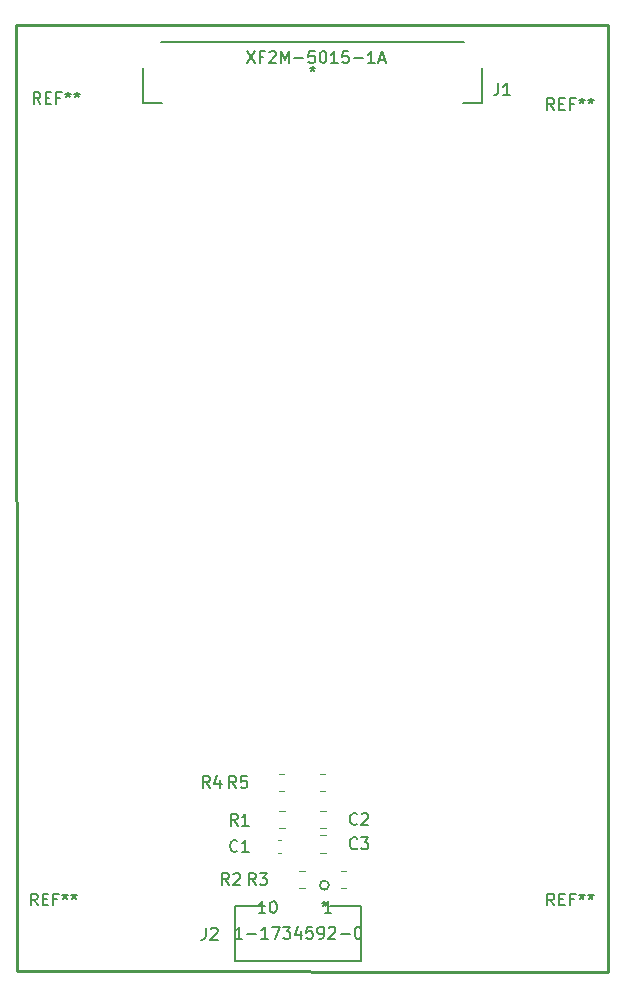
<source format=gbr>
%TF.GenerationSoftware,KiCad,Pcbnew,5.1.7-a382d34a8~87~ubuntu16.04.1*%
%TF.CreationDate,2020-11-09T07:45:18+07:00*%
%TF.ProjectId,sama5d27_som1_ek-sharp_ls0xx_lcd-adapter,73616d61-3564-4323-975f-736f6d315f65,rev?*%
%TF.SameCoordinates,Original*%
%TF.FileFunction,Legend,Top*%
%TF.FilePolarity,Positive*%
%FSLAX46Y46*%
G04 Gerber Fmt 4.6, Leading zero omitted, Abs format (unit mm)*
G04 Created by KiCad (PCBNEW 5.1.7-a382d34a8~87~ubuntu16.04.1) date 2020-11-09 07:45:18*
%MOMM*%
%LPD*%
G01*
G04 APERTURE LIST*
%TA.AperFunction,Profile*%
%ADD10C,0.250000*%
%TD*%
%ADD11C,0.120000*%
%ADD12C,0.152400*%
%ADD13C,0.150000*%
G04 APERTURE END LIST*
D10*
X162400000Y-102650000D02*
X162375000Y-22525000D01*
X212450000Y-102675000D02*
X162400000Y-102650000D01*
X212475000Y-22525000D02*
X212450000Y-102675000D01*
X162375000Y-22525000D02*
X212475000Y-22525000D01*
D11*
%TO.C,C2*%
X188088748Y-89065000D02*
X188611252Y-89065000D01*
X188088748Y-90535000D02*
X188611252Y-90535000D01*
%TO.C,R2*%
X186777064Y-95585000D02*
X186322936Y-95585000D01*
X186777064Y-94115000D02*
X186322936Y-94115000D01*
%TO.C,C1*%
X184800580Y-91560000D02*
X184519420Y-91560000D01*
X184800580Y-92580000D02*
X184519420Y-92580000D01*
%TO.C,C3*%
X188088748Y-92585000D02*
X188611252Y-92585000D01*
X188088748Y-91115000D02*
X188611252Y-91115000D01*
D12*
%TO.C,J1*%
X173073600Y-29128100D02*
X174740262Y-29128100D01*
X201826400Y-29128100D02*
X201826400Y-26171540D01*
X200305609Y-23971900D02*
X174594391Y-23971900D01*
X173073600Y-26171540D02*
X173073600Y-29128100D01*
X200159741Y-29128100D02*
X201826400Y-29128100D01*
%TO.C,J2*%
X191546700Y-97123000D02*
X188935141Y-97123000D01*
X180853300Y-97123000D02*
X180853300Y-101771200D01*
X180853300Y-101771200D02*
X191546700Y-101771200D01*
X191546700Y-101771200D02*
X191546700Y-97123000D01*
X183464859Y-97123000D02*
X180853300Y-97123000D01*
X188831000Y-95345000D02*
G75*
G03*
X188831000Y-95345000I-381000J0D01*
G01*
D11*
%TO.C,R3*%
X189860436Y-95585000D02*
X190314564Y-95585000D01*
X189860436Y-94115000D02*
X190314564Y-94115000D01*
%TO.C,R4*%
X185077064Y-85890000D02*
X184622936Y-85890000D01*
X185077064Y-87360000D02*
X184622936Y-87360000D01*
%TO.C,R5*%
X188072936Y-85890000D02*
X188527064Y-85890000D01*
X188072936Y-87360000D02*
X188527064Y-87360000D01*
%TO.C,R1*%
X185097064Y-89055000D02*
X184642936Y-89055000D01*
X185097064Y-90525000D02*
X184642936Y-90525000D01*
%TD*%
%TO.C,REF\u002A\u002A*%
D13*
X207916666Y-97052380D02*
X207583333Y-96576190D01*
X207345238Y-97052380D02*
X207345238Y-96052380D01*
X207726190Y-96052380D01*
X207821428Y-96100000D01*
X207869047Y-96147619D01*
X207916666Y-96242857D01*
X207916666Y-96385714D01*
X207869047Y-96480952D01*
X207821428Y-96528571D01*
X207726190Y-96576190D01*
X207345238Y-96576190D01*
X208345238Y-96528571D02*
X208678571Y-96528571D01*
X208821428Y-97052380D02*
X208345238Y-97052380D01*
X208345238Y-96052380D01*
X208821428Y-96052380D01*
X209583333Y-96528571D02*
X209250000Y-96528571D01*
X209250000Y-97052380D02*
X209250000Y-96052380D01*
X209726190Y-96052380D01*
X210250000Y-96052380D02*
X210250000Y-96290476D01*
X210011904Y-96195238D02*
X210250000Y-96290476D01*
X210488095Y-96195238D01*
X210107142Y-96480952D02*
X210250000Y-96290476D01*
X210392857Y-96480952D01*
X211011904Y-96052380D02*
X211011904Y-96290476D01*
X210773809Y-96195238D02*
X211011904Y-96290476D01*
X211250000Y-96195238D01*
X210869047Y-96480952D02*
X211011904Y-96290476D01*
X211154761Y-96480952D01*
X164166666Y-97052380D02*
X163833333Y-96576190D01*
X163595238Y-97052380D02*
X163595238Y-96052380D01*
X163976190Y-96052380D01*
X164071428Y-96100000D01*
X164119047Y-96147619D01*
X164166666Y-96242857D01*
X164166666Y-96385714D01*
X164119047Y-96480952D01*
X164071428Y-96528571D01*
X163976190Y-96576190D01*
X163595238Y-96576190D01*
X164595238Y-96528571D02*
X164928571Y-96528571D01*
X165071428Y-97052380D02*
X164595238Y-97052380D01*
X164595238Y-96052380D01*
X165071428Y-96052380D01*
X165833333Y-96528571D02*
X165500000Y-96528571D01*
X165500000Y-97052380D02*
X165500000Y-96052380D01*
X165976190Y-96052380D01*
X166500000Y-96052380D02*
X166500000Y-96290476D01*
X166261904Y-96195238D02*
X166500000Y-96290476D01*
X166738095Y-96195238D01*
X166357142Y-96480952D02*
X166500000Y-96290476D01*
X166642857Y-96480952D01*
X167261904Y-96052380D02*
X167261904Y-96290476D01*
X167023809Y-96195238D02*
X167261904Y-96290476D01*
X167500000Y-96195238D01*
X167119047Y-96480952D02*
X167261904Y-96290476D01*
X167404761Y-96480952D01*
X207916666Y-29702380D02*
X207583333Y-29226190D01*
X207345238Y-29702380D02*
X207345238Y-28702380D01*
X207726190Y-28702380D01*
X207821428Y-28750000D01*
X207869047Y-28797619D01*
X207916666Y-28892857D01*
X207916666Y-29035714D01*
X207869047Y-29130952D01*
X207821428Y-29178571D01*
X207726190Y-29226190D01*
X207345238Y-29226190D01*
X208345238Y-29178571D02*
X208678571Y-29178571D01*
X208821428Y-29702380D02*
X208345238Y-29702380D01*
X208345238Y-28702380D01*
X208821428Y-28702380D01*
X209583333Y-29178571D02*
X209250000Y-29178571D01*
X209250000Y-29702380D02*
X209250000Y-28702380D01*
X209726190Y-28702380D01*
X210250000Y-28702380D02*
X210250000Y-28940476D01*
X210011904Y-28845238D02*
X210250000Y-28940476D01*
X210488095Y-28845238D01*
X210107142Y-29130952D02*
X210250000Y-28940476D01*
X210392857Y-29130952D01*
X211011904Y-28702380D02*
X211011904Y-28940476D01*
X210773809Y-28845238D02*
X211011904Y-28940476D01*
X211250000Y-28845238D01*
X210869047Y-29130952D02*
X211011904Y-28940476D01*
X211154761Y-29130952D01*
X164416666Y-29202380D02*
X164083333Y-28726190D01*
X163845238Y-29202380D02*
X163845238Y-28202380D01*
X164226190Y-28202380D01*
X164321428Y-28250000D01*
X164369047Y-28297619D01*
X164416666Y-28392857D01*
X164416666Y-28535714D01*
X164369047Y-28630952D01*
X164321428Y-28678571D01*
X164226190Y-28726190D01*
X163845238Y-28726190D01*
X164845238Y-28678571D02*
X165178571Y-28678571D01*
X165321428Y-29202380D02*
X164845238Y-29202380D01*
X164845238Y-28202380D01*
X165321428Y-28202380D01*
X166083333Y-28678571D02*
X165750000Y-28678571D01*
X165750000Y-29202380D02*
X165750000Y-28202380D01*
X166226190Y-28202380D01*
X166750000Y-28202380D02*
X166750000Y-28440476D01*
X166511904Y-28345238D02*
X166750000Y-28440476D01*
X166988095Y-28345238D01*
X166607142Y-28630952D02*
X166750000Y-28440476D01*
X166892857Y-28630952D01*
X167511904Y-28202380D02*
X167511904Y-28440476D01*
X167273809Y-28345238D02*
X167511904Y-28440476D01*
X167750000Y-28345238D01*
X167369047Y-28630952D02*
X167511904Y-28440476D01*
X167654761Y-28630952D01*
%TO.C,C2*%
X191233333Y-90157142D02*
X191185714Y-90204761D01*
X191042857Y-90252380D01*
X190947619Y-90252380D01*
X190804761Y-90204761D01*
X190709523Y-90109523D01*
X190661904Y-90014285D01*
X190614285Y-89823809D01*
X190614285Y-89680952D01*
X190661904Y-89490476D01*
X190709523Y-89395238D01*
X190804761Y-89300000D01*
X190947619Y-89252380D01*
X191042857Y-89252380D01*
X191185714Y-89300000D01*
X191233333Y-89347619D01*
X191614285Y-89347619D02*
X191661904Y-89300000D01*
X191757142Y-89252380D01*
X191995238Y-89252380D01*
X192090476Y-89300000D01*
X192138095Y-89347619D01*
X192185714Y-89442857D01*
X192185714Y-89538095D01*
X192138095Y-89680952D01*
X191566666Y-90252380D01*
X192185714Y-90252380D01*
%TO.C,R2*%
X180373333Y-95332380D02*
X180040000Y-94856190D01*
X179801904Y-95332380D02*
X179801904Y-94332380D01*
X180182857Y-94332380D01*
X180278095Y-94380000D01*
X180325714Y-94427619D01*
X180373333Y-94522857D01*
X180373333Y-94665714D01*
X180325714Y-94760952D01*
X180278095Y-94808571D01*
X180182857Y-94856190D01*
X179801904Y-94856190D01*
X180754285Y-94427619D02*
X180801904Y-94380000D01*
X180897142Y-94332380D01*
X181135238Y-94332380D01*
X181230476Y-94380000D01*
X181278095Y-94427619D01*
X181325714Y-94522857D01*
X181325714Y-94618095D01*
X181278095Y-94760952D01*
X180706666Y-95332380D01*
X181325714Y-95332380D01*
%TO.C,C1*%
X181093333Y-92427142D02*
X181045714Y-92474761D01*
X180902857Y-92522380D01*
X180807619Y-92522380D01*
X180664761Y-92474761D01*
X180569523Y-92379523D01*
X180521904Y-92284285D01*
X180474285Y-92093809D01*
X180474285Y-91950952D01*
X180521904Y-91760476D01*
X180569523Y-91665238D01*
X180664761Y-91570000D01*
X180807619Y-91522380D01*
X180902857Y-91522380D01*
X181045714Y-91570000D01*
X181093333Y-91617619D01*
X182045714Y-92522380D02*
X181474285Y-92522380D01*
X181760000Y-92522380D02*
X181760000Y-91522380D01*
X181664761Y-91665238D01*
X181569523Y-91760476D01*
X181474285Y-91808095D01*
%TO.C,C3*%
X191233333Y-92207142D02*
X191185714Y-92254761D01*
X191042857Y-92302380D01*
X190947619Y-92302380D01*
X190804761Y-92254761D01*
X190709523Y-92159523D01*
X190661904Y-92064285D01*
X190614285Y-91873809D01*
X190614285Y-91730952D01*
X190661904Y-91540476D01*
X190709523Y-91445238D01*
X190804761Y-91350000D01*
X190947619Y-91302380D01*
X191042857Y-91302380D01*
X191185714Y-91350000D01*
X191233333Y-91397619D01*
X191566666Y-91302380D02*
X192185714Y-91302380D01*
X191852380Y-91683333D01*
X191995238Y-91683333D01*
X192090476Y-91730952D01*
X192138095Y-91778571D01*
X192185714Y-91873809D01*
X192185714Y-92111904D01*
X192138095Y-92207142D01*
X192090476Y-92254761D01*
X191995238Y-92302380D01*
X191709523Y-92302380D01*
X191614285Y-92254761D01*
X191566666Y-92207142D01*
%TO.C,J1*%
X203166666Y-27452380D02*
X203166666Y-28166666D01*
X203119047Y-28309523D01*
X203023809Y-28404761D01*
X202880952Y-28452380D01*
X202785714Y-28452380D01*
X204166666Y-28452380D02*
X203595238Y-28452380D01*
X203880952Y-28452380D02*
X203880952Y-27452380D01*
X203785714Y-27595238D01*
X203690476Y-27690476D01*
X203595238Y-27738095D01*
X181917857Y-24727380D02*
X182584523Y-25727380D01*
X182584523Y-24727380D02*
X181917857Y-25727380D01*
X183298809Y-25203571D02*
X182965476Y-25203571D01*
X182965476Y-25727380D02*
X182965476Y-24727380D01*
X183441666Y-24727380D01*
X183775000Y-24822619D02*
X183822619Y-24775000D01*
X183917857Y-24727380D01*
X184155952Y-24727380D01*
X184251190Y-24775000D01*
X184298809Y-24822619D01*
X184346428Y-24917857D01*
X184346428Y-25013095D01*
X184298809Y-25155952D01*
X183727380Y-25727380D01*
X184346428Y-25727380D01*
X184775000Y-25727380D02*
X184775000Y-24727380D01*
X185108333Y-25441666D01*
X185441666Y-24727380D01*
X185441666Y-25727380D01*
X185917857Y-25346428D02*
X186679761Y-25346428D01*
X187632142Y-24727380D02*
X187155952Y-24727380D01*
X187108333Y-25203571D01*
X187155952Y-25155952D01*
X187251190Y-25108333D01*
X187489285Y-25108333D01*
X187584523Y-25155952D01*
X187632142Y-25203571D01*
X187679761Y-25298809D01*
X187679761Y-25536904D01*
X187632142Y-25632142D01*
X187584523Y-25679761D01*
X187489285Y-25727380D01*
X187251190Y-25727380D01*
X187155952Y-25679761D01*
X187108333Y-25632142D01*
X188298809Y-24727380D02*
X188394047Y-24727380D01*
X188489285Y-24775000D01*
X188536904Y-24822619D01*
X188584523Y-24917857D01*
X188632142Y-25108333D01*
X188632142Y-25346428D01*
X188584523Y-25536904D01*
X188536904Y-25632142D01*
X188489285Y-25679761D01*
X188394047Y-25727380D01*
X188298809Y-25727380D01*
X188203571Y-25679761D01*
X188155952Y-25632142D01*
X188108333Y-25536904D01*
X188060714Y-25346428D01*
X188060714Y-25108333D01*
X188108333Y-24917857D01*
X188155952Y-24822619D01*
X188203571Y-24775000D01*
X188298809Y-24727380D01*
X189584523Y-25727380D02*
X189013095Y-25727380D01*
X189298809Y-25727380D02*
X189298809Y-24727380D01*
X189203571Y-24870238D01*
X189108333Y-24965476D01*
X189013095Y-25013095D01*
X190489285Y-24727380D02*
X190013095Y-24727380D01*
X189965476Y-25203571D01*
X190013095Y-25155952D01*
X190108333Y-25108333D01*
X190346428Y-25108333D01*
X190441666Y-25155952D01*
X190489285Y-25203571D01*
X190536904Y-25298809D01*
X190536904Y-25536904D01*
X190489285Y-25632142D01*
X190441666Y-25679761D01*
X190346428Y-25727380D01*
X190108333Y-25727380D01*
X190013095Y-25679761D01*
X189965476Y-25632142D01*
X190965476Y-25346428D02*
X191727380Y-25346428D01*
X192727380Y-25727380D02*
X192155952Y-25727380D01*
X192441666Y-25727380D02*
X192441666Y-24727380D01*
X192346428Y-24870238D01*
X192251190Y-24965476D01*
X192155952Y-25013095D01*
X193108333Y-25441666D02*
X193584523Y-25441666D01*
X193013095Y-25727380D02*
X193346428Y-24727380D01*
X193679761Y-25727380D01*
X187450000Y-26002380D02*
X187450000Y-26240476D01*
X187211904Y-26145238D02*
X187450000Y-26240476D01*
X187688095Y-26145238D01*
X187307142Y-26430952D02*
X187450000Y-26240476D01*
X187592857Y-26430952D01*
%TO.C,J2*%
X178416666Y-98952380D02*
X178416666Y-99666666D01*
X178369047Y-99809523D01*
X178273809Y-99904761D01*
X178130952Y-99952380D01*
X178035714Y-99952380D01*
X178845238Y-99047619D02*
X178892857Y-99000000D01*
X178988095Y-98952380D01*
X179226190Y-98952380D01*
X179321428Y-99000000D01*
X179369047Y-99047619D01*
X179416666Y-99142857D01*
X179416666Y-99238095D01*
X179369047Y-99380952D01*
X178797619Y-99952380D01*
X179416666Y-99952380D01*
X181488095Y-99877380D02*
X180916666Y-99877380D01*
X181202380Y-99877380D02*
X181202380Y-98877380D01*
X181107142Y-99020238D01*
X181011904Y-99115476D01*
X180916666Y-99163095D01*
X181916666Y-99496428D02*
X182678571Y-99496428D01*
X183678571Y-99877380D02*
X183107142Y-99877380D01*
X183392857Y-99877380D02*
X183392857Y-98877380D01*
X183297619Y-99020238D01*
X183202380Y-99115476D01*
X183107142Y-99163095D01*
X184011904Y-98877380D02*
X184678571Y-98877380D01*
X184250000Y-99877380D01*
X184964285Y-98877380D02*
X185583333Y-98877380D01*
X185250000Y-99258333D01*
X185392857Y-99258333D01*
X185488095Y-99305952D01*
X185535714Y-99353571D01*
X185583333Y-99448809D01*
X185583333Y-99686904D01*
X185535714Y-99782142D01*
X185488095Y-99829761D01*
X185392857Y-99877380D01*
X185107142Y-99877380D01*
X185011904Y-99829761D01*
X184964285Y-99782142D01*
X186440476Y-99210714D02*
X186440476Y-99877380D01*
X186202380Y-98829761D02*
X185964285Y-99544047D01*
X186583333Y-99544047D01*
X187440476Y-98877380D02*
X186964285Y-98877380D01*
X186916666Y-99353571D01*
X186964285Y-99305952D01*
X187059523Y-99258333D01*
X187297619Y-99258333D01*
X187392857Y-99305952D01*
X187440476Y-99353571D01*
X187488095Y-99448809D01*
X187488095Y-99686904D01*
X187440476Y-99782142D01*
X187392857Y-99829761D01*
X187297619Y-99877380D01*
X187059523Y-99877380D01*
X186964285Y-99829761D01*
X186916666Y-99782142D01*
X187964285Y-99877380D02*
X188154761Y-99877380D01*
X188250000Y-99829761D01*
X188297619Y-99782142D01*
X188392857Y-99639285D01*
X188440476Y-99448809D01*
X188440476Y-99067857D01*
X188392857Y-98972619D01*
X188345238Y-98925000D01*
X188250000Y-98877380D01*
X188059523Y-98877380D01*
X187964285Y-98925000D01*
X187916666Y-98972619D01*
X187869047Y-99067857D01*
X187869047Y-99305952D01*
X187916666Y-99401190D01*
X187964285Y-99448809D01*
X188059523Y-99496428D01*
X188250000Y-99496428D01*
X188345238Y-99448809D01*
X188392857Y-99401190D01*
X188440476Y-99305952D01*
X188821428Y-98972619D02*
X188869047Y-98925000D01*
X188964285Y-98877380D01*
X189202380Y-98877380D01*
X189297619Y-98925000D01*
X189345238Y-98972619D01*
X189392857Y-99067857D01*
X189392857Y-99163095D01*
X189345238Y-99305952D01*
X188773809Y-99877380D01*
X189392857Y-99877380D01*
X189821428Y-99496428D02*
X190583333Y-99496428D01*
X191250000Y-98877380D02*
X191345238Y-98877380D01*
X191440476Y-98925000D01*
X191488095Y-98972619D01*
X191535714Y-99067857D01*
X191583333Y-99258333D01*
X191583333Y-99496428D01*
X191535714Y-99686904D01*
X191488095Y-99782142D01*
X191440476Y-99829761D01*
X191345238Y-99877380D01*
X191250000Y-99877380D01*
X191154761Y-99829761D01*
X191107142Y-99782142D01*
X191059523Y-99686904D01*
X191011904Y-99496428D01*
X191011904Y-99258333D01*
X191059523Y-99067857D01*
X191107142Y-98972619D01*
X191154761Y-98925000D01*
X191250000Y-98877380D01*
X183454723Y-97702380D02*
X182883295Y-97702380D01*
X183169009Y-97702380D02*
X183169009Y-96702380D01*
X183073771Y-96845238D01*
X182978533Y-96940476D01*
X182883295Y-96988095D01*
X184073771Y-96702380D02*
X184169009Y-96702380D01*
X184264247Y-96750000D01*
X184311866Y-96797619D01*
X184359485Y-96892857D01*
X184407104Y-97083333D01*
X184407104Y-97321428D01*
X184359485Y-97511904D01*
X184311866Y-97607142D01*
X184264247Y-97654761D01*
X184169009Y-97702380D01*
X184073771Y-97702380D01*
X183978533Y-97654761D01*
X183930914Y-97607142D01*
X183883295Y-97511904D01*
X183835676Y-97321428D01*
X183835676Y-97083333D01*
X183883295Y-96892857D01*
X183930914Y-96797619D01*
X183978533Y-96750000D01*
X184073771Y-96702380D01*
X183454723Y-97702380D02*
X182883295Y-97702380D01*
X183169009Y-97702380D02*
X183169009Y-96702380D01*
X183073771Y-96845238D01*
X182978533Y-96940476D01*
X182883295Y-96988095D01*
X184073771Y-96702380D02*
X184169009Y-96702380D01*
X184264247Y-96750000D01*
X184311866Y-96797619D01*
X184359485Y-96892857D01*
X184407104Y-97083333D01*
X184407104Y-97321428D01*
X184359485Y-97511904D01*
X184311866Y-97607142D01*
X184264247Y-97654761D01*
X184169009Y-97702380D01*
X184073771Y-97702380D01*
X183978533Y-97654761D01*
X183930914Y-97607142D01*
X183883295Y-97511904D01*
X183835676Y-97321428D01*
X183835676Y-97083333D01*
X183883295Y-96892857D01*
X183930914Y-96797619D01*
X183978533Y-96750000D01*
X184073771Y-96702380D01*
X189040514Y-97702380D02*
X188469085Y-97702380D01*
X188754800Y-97702380D02*
X188754800Y-96702380D01*
X188659561Y-96845238D01*
X188564323Y-96940476D01*
X188469085Y-96988095D01*
X189040514Y-97702380D02*
X188469085Y-97702380D01*
X188754800Y-97702380D02*
X188754800Y-96702380D01*
X188659561Y-96845238D01*
X188564323Y-96940476D01*
X188469085Y-96988095D01*
X188450000Y-96702380D02*
X188450000Y-96940476D01*
X188211904Y-96845238D02*
X188450000Y-96940476D01*
X188688095Y-96845238D01*
X188307142Y-97130952D02*
X188450000Y-96940476D01*
X188592857Y-97130952D01*
%TO.C,R3*%
X182643333Y-95332380D02*
X182310000Y-94856190D01*
X182071904Y-95332380D02*
X182071904Y-94332380D01*
X182452857Y-94332380D01*
X182548095Y-94380000D01*
X182595714Y-94427619D01*
X182643333Y-94522857D01*
X182643333Y-94665714D01*
X182595714Y-94760952D01*
X182548095Y-94808571D01*
X182452857Y-94856190D01*
X182071904Y-94856190D01*
X182976666Y-94332380D02*
X183595714Y-94332380D01*
X183262380Y-94713333D01*
X183405238Y-94713333D01*
X183500476Y-94760952D01*
X183548095Y-94808571D01*
X183595714Y-94903809D01*
X183595714Y-95141904D01*
X183548095Y-95237142D01*
X183500476Y-95284761D01*
X183405238Y-95332380D01*
X183119523Y-95332380D01*
X183024285Y-95284761D01*
X182976666Y-95237142D01*
%TO.C,R4*%
X178753333Y-87102380D02*
X178420000Y-86626190D01*
X178181904Y-87102380D02*
X178181904Y-86102380D01*
X178562857Y-86102380D01*
X178658095Y-86150000D01*
X178705714Y-86197619D01*
X178753333Y-86292857D01*
X178753333Y-86435714D01*
X178705714Y-86530952D01*
X178658095Y-86578571D01*
X178562857Y-86626190D01*
X178181904Y-86626190D01*
X179610476Y-86435714D02*
X179610476Y-87102380D01*
X179372380Y-86054761D02*
X179134285Y-86769047D01*
X179753333Y-86769047D01*
%TO.C,R5*%
X180983333Y-87102380D02*
X180650000Y-86626190D01*
X180411904Y-87102380D02*
X180411904Y-86102380D01*
X180792857Y-86102380D01*
X180888095Y-86150000D01*
X180935714Y-86197619D01*
X180983333Y-86292857D01*
X180983333Y-86435714D01*
X180935714Y-86530952D01*
X180888095Y-86578571D01*
X180792857Y-86626190D01*
X180411904Y-86626190D01*
X181888095Y-86102380D02*
X181411904Y-86102380D01*
X181364285Y-86578571D01*
X181411904Y-86530952D01*
X181507142Y-86483333D01*
X181745238Y-86483333D01*
X181840476Y-86530952D01*
X181888095Y-86578571D01*
X181935714Y-86673809D01*
X181935714Y-86911904D01*
X181888095Y-87007142D01*
X181840476Y-87054761D01*
X181745238Y-87102380D01*
X181507142Y-87102380D01*
X181411904Y-87054761D01*
X181364285Y-87007142D01*
%TO.C,R1*%
X181103333Y-90292380D02*
X180770000Y-89816190D01*
X180531904Y-90292380D02*
X180531904Y-89292380D01*
X180912857Y-89292380D01*
X181008095Y-89340000D01*
X181055714Y-89387619D01*
X181103333Y-89482857D01*
X181103333Y-89625714D01*
X181055714Y-89720952D01*
X181008095Y-89768571D01*
X180912857Y-89816190D01*
X180531904Y-89816190D01*
X182055714Y-90292380D02*
X181484285Y-90292380D01*
X181770000Y-90292380D02*
X181770000Y-89292380D01*
X181674761Y-89435238D01*
X181579523Y-89530476D01*
X181484285Y-89578095D01*
%TD*%
M02*

</source>
